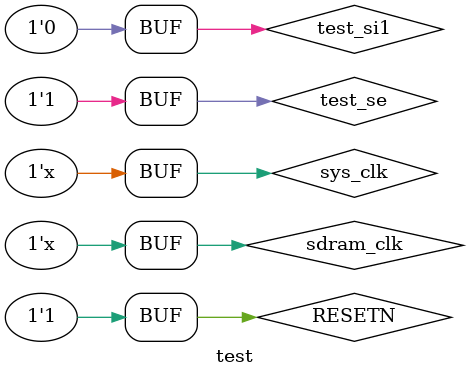
<source format=sv>
`include "class.v"
`include "sdrc_top_struct.v"
module test;

parameter P_SYS  = 10;     
parameter P_SDR  = 20;     

// General
reg            RESETN;
reg            sdram_clk;
reg            sys_clk;

initial sys_clk = 0;
initial sdram_clk = 0;

always #(P_SYS/2) sys_clk = !sys_clk;
always #(P_SDR/2) sdram_clk = !sdram_clk;

/*Wisbone pins*/
wire             wb_stb_i           ;
wire            wb_ack_o           ;
wire  [25:0]     wb_addr_i          ;
wire             wb_we_i            ; // 1 - Write, 0 - Read
wire  [8-1:0]   wb_dat_i           ;
wire  [8/8-1:0] wb_sel_i           ; // Byte enable
wire  [8-1:0]  wb_dat_o           ;
wire             wb_cyc_i           ;
wire   [2:0]     wb_cti_i           ;

/*Core Pins*/

wire [1:0]            sdr_ba ;
wire [12:0]           sdr_addr;
wire                  sdr_init_done;
wire [15:0]           Dq;
wire [0:0]           sdr_dqm;
 
/*SCAM*/
	reg test_si1; 
        wire test_so1;
	wire test_si2;
	wire test_so2; 
	wire test_si3; 
	wire test_so3; 
	wire test_si4; 
	wire test_so4; 
        wire test_si5; 
	wire test_so5; 
	wire test_si6; 
	wire test_so6; 
	wire test_si7; 
	wire test_so7; 
	wire test_si8; 
        wire test_so8; 
	wire test_si9; 
	wire test_so9; 
	wire test_si10; 
	wire test_so10; 
	wire test_si11; 
        wire test_so11; 
	wire test_si12; 
	wire test_so12; 
	wire test_si13; 
	wire test_so13; 
	wire test_si14; 
        wire test_so14; 
	wire test_si15; 
	wire test_so15; 
	wire test_si16; 
	wire test_so16; 
	wire test_si17; 
        wire test_so17; 
	wire test_si18; 
	wire test_so18; 
	wire test_si19; 
	wire test_so19; 
	wire test_si20; 
        wire test_so20; 
	wire test_si21; 
	wire test_so21; 
	wire test_si22; 
	wire test_so22; 
	wire test_si23; 
        wire test_so23; 
	wire test_si24; 
	wire test_so24; 
	wire test_si25; 
	wire test_so25; 
	wire test_si26; 
        wire test_so26; 
	wire test_si27; 
	wire test_so27; 
	wire test_si28; 
	wire test_so28; 
	wire test_si29; 
        wire test_so29; 
	wire test_si30; 
	wire test_so30; 
	wire test_si31; 
	wire test_so31; 
	wire test_si32; 
        wire test_so32; 
	wire test_si33; 
	wire test_so33; 
	wire test_si34; 
	wire test_so34; 
	wire test_si35; 
        wire test_so35; 
	wire test_si36; 
	wire test_si37; 
	wire test_si38; 
	wire test_so38; 
	wire test_si39; 
        wire test_si40; 
	wire test_so40; 
	wire test_si41; 
	wire test_so41; 
	wire test_si42; 
	wire test_so42; 
        wire test_si43; 
	wire test_so43; 
	wire test_si44; 
	wire test_so44; 
	wire test_si45; 
	wire test_so45; 
        wire test_si46; 
	wire test_so46; 
	wire test_si47; 
	wire test_so47; 
	wire test_si48; 
	wire test_so48; 
        wire test_si49; 
	wire test_so49; 
	wire test_si50; 
	wire test_so50; 
	reg test_se ;
 

  sdrc_top top(

	.cfg_sdr_width(2'b00), 
	.cfg_colbits(2'b00),
	.wb_rst_i(RESETN), 
	.wb_clk_i(sdram_clk), 
	.wb_stb_i(wb_stb_i), 
        .wb_ack_o(wb_ack_o),
	.wb_addr_i(wb_addr_i), 
        .wb_we_i(wb_we_i), 
        .wb_dat_i(wb_dat_i), 
        .wb_sel_i(wb_sel_i), 
        .wb_dat_o(wb_dat_o), 
        .wb_cyc_i(wb_cyc_i), 
        .wb_cti_i(wb_cti_i), 

	.sdram_clk(sdram_clk), 
	.sdram_resetn(RESETN), 
	.sdr_cs_n(sdr_cs_n), 
	.sdr_cke(sdr_cke), 
	.sdr_ras_n(sdr_ras_n), 
        .sdr_cas_n(sdr_cas_n), 
	.sdr_we_n(sdr_we_n), 
	.sdr_dqm(sdr_dqm), 
	.sdr_ba(sdr_ba), 
	.sdr_addr(sdr_addr), 
	.sdr_dq(Dq), 
	.sdr_init_done(sdr_init_done), 
        .cfg_req_depth(2'h3), 
	.cfg_sdr_en(1'b1), 
	.cfg_sdr_mode_reg(13'h033), 
	.cfg_sdr_tras_d(4'h4), 
        .cfg_sdr_trp_d(4'h2), 
	.cfg_sdr_trcd_d(4'h2), 
	.cfg_sdr_cas(3'h3), 
	.cfg_sdr_trcar_d(4'h7), 
        .cfg_sdr_twr_d(4'h1), 
	.cfg_sdr_rfsh(12'h100), 
	.cfg_sdr_rfmax(3'h6), 
	.TEST_MODE(), 
	
	.test_si1(test_si1), 
        .test_so1(test_so1),
	.test_si2(test_si2),
	.test_si2(test_si2), 
	.test_si3(test_si3), 
	.test_so3(test_so3), 
	.test_si4(test_si4), 
	.test_so4(test_so4), 
        .test_si5(test_si5), 
	.test_so5(test_so5), 
	.test_si6(test_si6), 
	.test_so6(test_so6), 
	.test_si7(test_si7), 
	.test_so7(test_so7), 
	.test_si8(test_si8), 
        .test_so8(test_so8), 
	.test_si9(test_si9), 
	.test_so9(test_so9), 
	.test_si10(test_si10), 
	.test_so10(test_so10), 
	.test_si11(test_si11), 
        .test_so11(test_so11), 
	.test_si12(test_si12), 
	.test_so12(test_so12), 
	.test_si13(test_si13), 
	.test_so13(test_so13), 
	.test_si14(test_si14), 
        .test_so14(test_so14), 
	.test_si15(test_si15), 
	.test_so15(test_so15), 
	.test_si16(test_si16), 
	.test_so16(test_so16), 
	.test_si17(test_si17), 
        .test_so17(test_so17), 
	.test_si18(test_si18), 
	.test_so18(test_so18), 
	.test_si19(test_si19), 
	.test_so19(test_so19), 
	.test_si20(test_si20), 
        .test_so20(test_so20), 
	.test_si21(test_si21), 
	.test_so21(test_so21), 
	.test_si22(test_si22), 
	.test_so22(test_so22), 
	.test_si23(test_si23), 
        .test_so23(test_so23), 
	.test_si24(test_si24), 
	.test_so24(test_so24), 
	.test_si25(test_si25), 
	.test_so25(test_so25), 
	.test_si26(test_si26), 
        .test_so26(test_so26), 
	.test_si27(test_si27), 
	.test_so27(test_so27), 
	.test_si28(test_si28), 
	.test_so28(test_so28), 
	.test_si29(test_si29), 
        .test_so29(test_so29), 
	.test_si30(test_si30), 
	.test_so30(test_so30), 
	.test_si31(test_si31), 
	.test_so31(test_so31), 
	.test_si32(test_si32), 
        .test_so32(test_so32), 
	.test_si33(test_si33), 
	.test_so33(test_so33), 
	.test_si34(test_si34), 
	.test_so34(test_so34), 
	.test_si35(test_si35), 
        .test_so35(test_so35), 
	.test_si36(test_si36), 
	.test_si37(test_si37), 
	.test_si38(test_si38), 
	.test_so38(test_so38), 
	.test_si39(test_si39), 
        .test_si40(test_si40), 
	.test_so40(test_so40), 
	.test_si41(test_si41), 
	.test_so41(test_so41), 
	.test_si42(test_si42), 
	.test_so42(test_so42), 
        .test_si43(test_si43), 
	.test_so43(test_so43), 
	.test_si44(test_si44), 
	.test_so44(test_so44), 
	.test_si45(test_si45), 
	.test_so45(test_so45), 
        .test_si46(test_si46), 
	.test_so46(test_so46), 
	.test_si47(test_si47), 
	.test_so47(test_so47), 
	.test_si48(test_si48), 
	.test_so48(test_so48), 
        .test_si49(test_si49), 
	.test_so49(test_so49), 
	.test_si50(test_si50), 
	.test_so50(test_so50), 
	.test_se(test_se) );

          
  initial begin
    // Dump waves
    $dumpfile("dump.vcd");
    $dumpvars(0,top);
    
    RESETN    = 1'h1;
    //#10;
    test_se  = 1;
    test_si1 = 1;
    #1; 
    test_si1 = 0;
    //#100;
  end
  


endmodule

</source>
